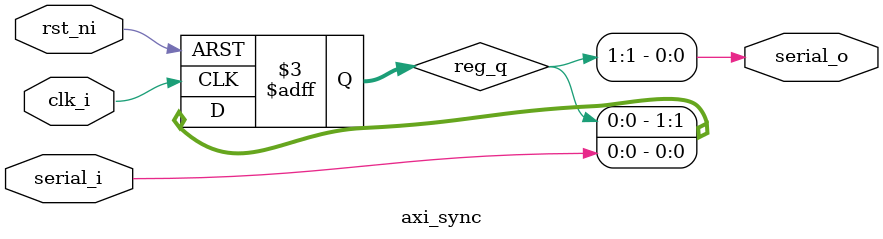
<source format=sv>


module axi_sync #(
    parameter int unsigned STAGES = 2,
    parameter bit ResetValue = 1'b0
) (
    input  logic clk_i,
    input  logic rst_ni,
    input  logic serial_i,
    output logic serial_o
);

   (* dont_touch = "true" *)
   (* async_reg = "true" *)
   logic [STAGES-1:0] reg_q;

    always_ff @(posedge clk_i, negedge rst_ni) begin
        if (!rst_ni) begin
            reg_q <= {STAGES{ResetValue}};
        end else begin
            reg_q <= {reg_q[STAGES-2:0], serial_i};
        end
    end

    assign serial_o = reg_q[STAGES-1];

endmodule

</source>
